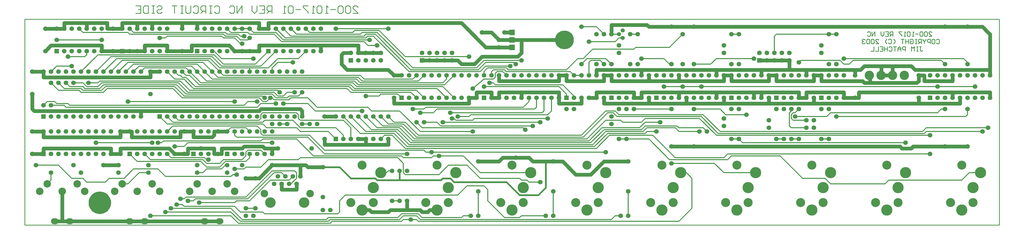
<source format=gbl>
*%FSLAX23Y23*%
*%MOIN*%
G01*
%ADD11C,0.006*%
%ADD12C,0.007*%
%ADD13C,0.008*%
%ADD14C,0.010*%
%ADD15C,0.012*%
%ADD16C,0.020*%
%ADD17C,0.024*%
%ADD18C,0.032*%
%ADD19C,0.036*%
%ADD20C,0.040*%
%ADD21C,0.050*%
%ADD22C,0.052*%
%ADD23C,0.055*%
%ADD24C,0.056*%
%ADD25C,0.059*%
%ADD26C,0.060*%
%ADD27C,0.062*%
%ADD28C,0.066*%
%ADD29C,0.070*%
%ADD30C,0.082*%
%ADD31C,0.090*%
%ADD32C,0.095*%
%ADD33O,0.100X0.080*%
%ADD34C,0.100*%
%ADD35O,0.104X0.084*%
%ADD36C,0.104*%
%ADD37C,0.115*%
%ADD38C,0.120*%
%ADD39C,0.124*%
%ADD40C,0.125*%
%ADD41C,0.128*%
%ADD42C,0.129*%
%ADD43C,0.140*%
%ADD44C,0.144*%
%ADD45C,0.148*%
%ADD46C,0.150*%
%ADD47C,0.154*%
%ADD48C,0.250*%
%ADD49C,0.250*%
%ADD50R,0.062X0.062*%
%ADD51R,0.066X0.066*%
%ADD52R,0.075X0.075*%
%ADD53R,0.079X0.079*%
%ADD54R,0.250X0.250*%
D14*
X8028Y9158D02*
X8095D01*
X8028Y9225D01*
Y9241D01*
X8045Y9258D01*
X8078D01*
X8095Y9241D01*
X7995D02*
X7978Y9258D01*
X7945D01*
X7928Y9241D01*
Y9175D01*
X7945Y9158D01*
X7978D01*
X7995Y9175D01*
Y9241D01*
X7895D02*
X7878Y9258D01*
X7845D01*
X7828Y9241D01*
Y9175D01*
X7845Y9158D01*
X7878D01*
X7895Y9175D01*
Y9241D01*
X7795Y9208D02*
X7728D01*
X7695Y9158D02*
X7662D01*
X7678D01*
Y9258D01*
X7679D01*
X7678D02*
X7695Y9241D01*
X7612D02*
X7595Y9258D01*
X7562D01*
X7545Y9241D01*
Y9175D01*
X7562Y9158D01*
X7595D01*
X7612Y9175D01*
Y9241D01*
X7512Y9158D02*
X7479D01*
X7495D01*
Y9258D01*
X7496D01*
X7495D02*
X7512Y9241D01*
X7429Y9258D02*
X7362D01*
Y9241D01*
X7429Y9175D01*
Y9158D01*
X7329Y9208D02*
X7262D01*
X7229Y9241D02*
X7212Y9258D01*
X7179D01*
X7162Y9241D01*
Y9175D01*
X7179Y9158D01*
X7212D01*
X7229Y9175D01*
Y9241D01*
X7129Y9158D02*
X7095D01*
X7112D01*
Y9258D01*
X7113D01*
X7112D02*
X7129Y9241D01*
X6945Y9258D02*
Y9158D01*
Y9258D02*
X6895D01*
X6879Y9241D01*
Y9208D01*
X6895Y9191D01*
X6945D01*
X6912D02*
X6879Y9158D01*
X6845Y9258D02*
X6779D01*
X6845D02*
Y9158D01*
X6779D01*
X6812Y9208D02*
X6845D01*
X6745Y9191D02*
Y9258D01*
Y9191D02*
X6712Y9158D01*
X6679Y9191D01*
Y9258D01*
X6546D02*
Y9158D01*
X6479D02*
X6546Y9258D01*
X6479D02*
Y9158D01*
X6379Y9241D02*
X6396Y9258D01*
X6429D01*
X6446Y9241D01*
Y9175D01*
X6429Y9158D01*
X6396D01*
X6379Y9175D01*
X6196Y9258D02*
X6179Y9241D01*
X6196Y9258D02*
X6229D01*
X6246Y9241D01*
Y9175D01*
X6229Y9158D01*
X6196D01*
X6179Y9175D01*
X6146Y9258D02*
X6112D01*
X6129D01*
Y9158D01*
X6146D01*
X6112D01*
X6062D02*
Y9258D01*
X6012D01*
X5996Y9241D01*
Y9208D01*
X6012Y9191D01*
X6062D01*
X6029D02*
X5996Y9158D01*
X5896Y9241D02*
X5912Y9258D01*
X5946D01*
X5962Y9241D01*
Y9175D01*
X5946Y9158D01*
X5912D01*
X5896Y9175D01*
X5862D02*
Y9258D01*
Y9175D02*
X5846Y9158D01*
X5812D01*
X5796Y9175D01*
Y9258D01*
X5762D02*
X5729D01*
X5746D01*
Y9158D01*
X5762D01*
X5729D01*
X5679Y9258D02*
X5612D01*
X5646D01*
Y9158D01*
X5429Y9258D02*
X5413Y9241D01*
X5429Y9258D02*
X5463D01*
X5479Y9241D01*
Y9225D01*
X5463Y9208D01*
X5429D01*
X5413Y9191D01*
Y9175D01*
X5429Y9158D01*
X5463D01*
X5479Y9175D01*
X5379Y9258D02*
X5346D01*
X5363D01*
Y9158D01*
X5379D01*
X5346D01*
X5296D02*
Y9258D01*
Y9158D02*
X5246D01*
X5229Y9175D01*
Y9241D01*
X5246Y9258D01*
X5296D01*
X5196D02*
X5129D01*
X5196D02*
Y9158D01*
X5129D01*
X5163Y9208D02*
X5196D01*
X15710Y8853D02*
X15750D01*
X15710Y8893D01*
Y8903D01*
X15720Y8913D01*
X15740D01*
X15750Y8903D01*
X15690D02*
X15680Y8913D01*
X15660D01*
X15650Y8903D01*
Y8863D01*
X15660Y8853D01*
X15680D01*
X15690Y8863D01*
Y8903D01*
X15630D02*
X15620Y8913D01*
X15600D01*
X15590Y8903D01*
Y8863D01*
X15600Y8853D01*
X15620D01*
X15630Y8863D01*
Y8903D01*
X15570Y8883D02*
X15530D01*
X15510Y8853D02*
X15490D01*
X15500D01*
Y8913D01*
X15501D01*
X15500D02*
X15510Y8903D01*
X15460D02*
X15450Y8913D01*
X15430D01*
X15420Y8903D01*
Y8863D01*
X15430Y8853D01*
X15450D01*
X15460Y8863D01*
Y8903D01*
X15400Y8853D02*
X15380D01*
X15390D01*
Y8913D01*
X15391D01*
X15390D02*
X15400Y8903D01*
X15350Y8913D02*
X15310D01*
Y8903D01*
X15350Y8863D01*
Y8853D01*
X15230D02*
Y8913D01*
X15200D01*
X15190Y8903D01*
Y8883D01*
X15200Y8873D01*
X15230D01*
X15210D02*
X15190Y8853D01*
X15170Y8913D02*
X15130D01*
X15170D02*
Y8853D01*
X15130D01*
X15150Y8883D02*
X15170D01*
X15110Y8873D02*
Y8913D01*
Y8873D02*
X15090Y8853D01*
X15070Y8873D01*
Y8913D01*
X14990D02*
Y8853D01*
X14950D02*
X14990Y8913D01*
X14950D02*
Y8853D01*
X14890Y8903D02*
X14900Y8913D01*
X14920D01*
X14930Y8903D01*
Y8863D01*
X14920Y8853D01*
X14900D01*
X14890Y8863D01*
X15810Y8803D02*
X15820Y8813D01*
X15840D01*
X15850Y8803D01*
Y8763D01*
X15840Y8753D01*
X15820D01*
X15810Y8763D01*
X15780Y8813D02*
X15760D01*
X15780D02*
X15790Y8803D01*
Y8763D01*
X15780Y8753D01*
X15760D01*
X15750Y8763D01*
Y8803D01*
X15760Y8813D01*
X15730D02*
Y8753D01*
Y8813D02*
X15700D01*
X15690Y8803D01*
Y8783D01*
X15700Y8773D01*
X15730D01*
X15670Y8803D02*
Y8813D01*
Y8803D02*
X15650Y8783D01*
X15630Y8803D01*
Y8813D01*
X15650Y8783D02*
Y8753D01*
X15610D02*
Y8813D01*
X15580D01*
X15570Y8803D01*
Y8783D01*
X15580Y8773D01*
X15610D01*
X15590D02*
X15570Y8753D01*
X15550Y8813D02*
X15530D01*
X15540D01*
Y8753D01*
X15550D01*
X15530D01*
X15470Y8813D02*
X15460Y8803D01*
X15470Y8813D02*
X15490D01*
X15500Y8803D01*
Y8763D01*
X15490Y8753D01*
X15470D01*
X15460Y8763D01*
Y8783D01*
X15480D01*
X15440Y8813D02*
Y8753D01*
Y8783D01*
X15400D01*
Y8813D01*
Y8753D01*
X15380Y8813D02*
X15340D01*
X15360D01*
Y8753D01*
X15260Y8773D02*
X15240Y8753D01*
X15260Y8773D02*
Y8793D01*
X15240Y8813D01*
X15180D02*
X15170Y8803D01*
X15180Y8813D02*
X15200D01*
X15210Y8803D01*
Y8763D01*
X15200Y8753D01*
X15180D01*
X15170Y8763D01*
X15150Y8753D02*
X15130Y8773D01*
Y8793D01*
X15150Y8813D01*
X15040Y8753D02*
X15000D01*
X15040D02*
X15000Y8793D01*
Y8803D01*
X15010Y8813D01*
X15030D01*
X15040Y8803D01*
X14980D02*
X14970Y8813D01*
X14950D01*
X14940Y8803D01*
Y8763D01*
X14950Y8753D01*
X14970D01*
X14980Y8763D01*
Y8803D01*
X14920D02*
X14910Y8813D01*
X14890D01*
X14880Y8803D01*
Y8763D01*
X14890Y8753D01*
X14910D01*
X14920Y8763D01*
Y8803D01*
X14860D02*
X14850Y8813D01*
X14830D01*
X14820Y8803D01*
Y8793D01*
X14821D01*
X14820D02*
X14821D01*
X14820D02*
X14821D01*
X14820D02*
X14830Y8783D01*
X14840D01*
X14830D01*
X14820Y8773D01*
Y8763D01*
X14830Y8753D01*
X14850D01*
X14860Y8763D01*
X15585Y8713D02*
X15605D01*
X15595D01*
Y8663D01*
X15605Y8653D01*
X15615D01*
X15625Y8663D01*
X15565Y8713D02*
X15545D01*
X15555D01*
Y8653D01*
X15565D01*
X15545D01*
X15515D02*
Y8713D01*
X15495Y8693D01*
X15475Y8713D01*
Y8653D01*
X15395D02*
Y8713D01*
X15365D01*
X15355Y8703D01*
Y8683D01*
X15365Y8673D01*
X15395D01*
X15335Y8653D02*
Y8693D01*
X15315Y8713D01*
X15295Y8693D01*
Y8653D01*
Y8683D01*
X15335D01*
X15275Y8713D02*
X15235D01*
X15255D01*
Y8653D01*
X15185Y8713D02*
X15175Y8703D01*
X15185Y8713D02*
X15205D01*
X15215Y8703D01*
Y8663D01*
X15205Y8653D01*
X15185D01*
X15175Y8663D01*
X15155Y8653D02*
Y8713D01*
Y8683D02*
Y8653D01*
Y8683D02*
X15115D01*
Y8713D01*
Y8653D01*
X15095Y8713D02*
X15055D01*
X15095D02*
Y8653D01*
X15055D01*
X15075Y8683D02*
X15095D01*
X15035Y8713D02*
Y8653D01*
X14995D01*
X14975D02*
Y8713D01*
Y8653D02*
X14935D01*
X16650Y9078D02*
X3650D01*
Y6328D02*
X16650D01*
X3650D02*
Y9078D01*
X16650D02*
Y6328D01*
D15*
X9775Y8278D02*
X9625Y8153D01*
X8800Y8403D02*
X8325Y8878D01*
X7125Y8828D02*
X7000Y8953D01*
X8300Y8853D02*
X8775Y8378D01*
X8650Y7853D02*
X8925Y7578D01*
X6300Y8478D02*
X6175Y8603D01*
X6150Y8578D02*
X6275Y8453D01*
X7425Y7503D02*
X7650Y7278D01*
Y7328D02*
X7450Y7528D01*
X7550Y7903D02*
X7425Y8028D01*
X9550Y7128D02*
X9725Y6953D01*
X13725Y7253D02*
X14025Y6953D01*
X6525Y6378D02*
X6400Y6503D01*
X4275Y6953D02*
X4100Y7128D01*
X5800Y8303D02*
X5925Y8178D01*
X5900Y8153D02*
X5775Y8278D01*
X6025Y8503D02*
X6150Y8378D01*
X6075Y8253D02*
X5950Y8378D01*
X5850Y8328D02*
X5975Y8203D01*
X6250Y8378D02*
X6100Y8528D01*
X5850Y8378D02*
X6000Y8228D01*
X5850Y8128D02*
X5725Y8253D01*
X5700Y8228D02*
X5825Y8103D01*
X5800Y8078D02*
X5675Y8203D01*
X5650Y8178D02*
X5775Y8053D01*
X5750Y8028D02*
X5625Y8153D01*
X12850Y7153D02*
X12975Y7028D01*
X8125Y7553D02*
X7900Y7778D01*
X8000D02*
X8200Y7578D01*
X8275Y7603D02*
X8100Y7778D01*
X8200D02*
X8350Y7628D01*
X9500Y7253D02*
X9625Y7128D01*
X8750Y7378D02*
X8575Y7553D01*
X8600Y7578D02*
X8775Y7403D01*
X8800Y7428D02*
X8625Y7603D01*
X8650Y7628D02*
X8825Y7453D01*
X6250Y8428D02*
X6125Y8553D01*
X7275Y7478D02*
X7500Y7253D01*
X8725Y8578D02*
X8375Y8928D01*
X9150Y8153D02*
X9275Y8028D01*
X9375D02*
X9225Y8178D01*
X10825Y8203D02*
X10975Y8053D01*
X8850Y7478D02*
X8675Y7653D01*
X12650Y7753D02*
X12875Y7528D01*
X8425Y7653D02*
X8300Y7778D01*
X8700Y7678D02*
X8875Y7503D01*
X12675Y7778D02*
X12900Y7553D01*
X8900Y7528D02*
X8725Y7703D01*
X12700Y7803D02*
X12925Y7578D01*
X8725Y7353D02*
X8550Y7528D01*
X11975Y7478D02*
X12250Y7203D01*
X12325Y7228D02*
X12025Y7528D01*
X8825Y8428D02*
X8350Y8903D01*
X6400Y6553D02*
X6550Y6403D01*
X9825Y6653D02*
X10050Y6428D01*
X6900Y8653D02*
X6725Y8478D01*
X6800Y8453D02*
X7000Y8653D01*
X7025Y8553D02*
X6900Y8428D01*
X9175Y7003D02*
X9300Y7128D01*
X5100Y7078D02*
X4975Y6953D01*
X5025Y6878D02*
X5175Y7028D01*
X4700Y8378D02*
X4875Y8553D01*
X4800Y8578D02*
X4600Y8378D01*
X4400D02*
X4625Y8603D01*
X4900Y8378D02*
X5025Y8503D01*
X4950Y8528D02*
X4800Y8378D01*
X11250Y7378D02*
X11425Y7553D01*
X11400Y7578D02*
X11225Y7403D01*
X11200Y7428D02*
X11375Y7603D01*
X11350Y7628D02*
X11175Y7453D01*
X9375Y8328D02*
X9250Y8203D01*
X11150Y7478D02*
X11400Y7728D01*
X11425Y7828D02*
X11100Y7503D01*
X11075Y7528D02*
X11400Y7853D01*
X11450Y7528D02*
X11275Y7353D01*
X11100Y8553D02*
X11225Y8678D01*
X12250Y8703D02*
X12425Y8878D01*
X11025Y8553D02*
X10875Y8403D01*
X6925Y6928D02*
X6650Y6653D01*
X6625Y6678D02*
X6950Y7003D01*
Y7053D02*
X6600Y6703D01*
X9425Y6728D02*
X9550Y6853D01*
X12375Y6378D02*
X12550Y6553D01*
X8800Y6403D02*
X8700D01*
X8675Y6378D02*
X7825D01*
X6400Y6453D02*
X5325D01*
X7750Y6378D02*
X7825D01*
X10450Y6403D02*
X10575D01*
X11475D01*
X11525Y6453D02*
X11600D01*
X7725Y6353D02*
X6775D01*
X6500D01*
X7725Y6403D02*
X8650D01*
X7700Y6378D02*
X6525D01*
X6550Y6403D02*
X7675D01*
X7700Y6428D02*
X8625D01*
X8675Y6478D02*
X8900D01*
X8875Y6453D02*
X8700D01*
X8800Y6403D02*
X8875D01*
X8925D02*
X10450D01*
X9475Y6428D02*
X8950D01*
X9500Y6453D02*
X9600D01*
X10275D02*
X10600D01*
X10250Y6428D02*
X10050D01*
X7825Y6478D02*
X6850D01*
X8900Y6378D02*
X12375D01*
X6625Y6678D02*
X5925D01*
X5900Y6653D02*
X5825D01*
X5775Y6678D02*
X5725D01*
X5525Y6503D02*
X6400D01*
X6600Y6553D02*
X6725D01*
X8550Y6653D02*
X8650D01*
X6400Y6553D02*
X5600D01*
X6475Y6653D02*
X6650D01*
X6525Y6503D02*
X6825D01*
X6450Y6578D02*
X5775D01*
X5750Y6603D02*
X5675D01*
X5975Y6628D02*
X6450D01*
X4000Y6928D02*
Y7028D01*
X4100Y8128D02*
X4000Y8228D01*
X3950Y7978D02*
X3900Y7928D01*
X4000Y8378D02*
X4075Y8453D01*
X4000Y6928D02*
X3950Y6878D01*
X5800Y6703D02*
X6600D01*
X5025Y6878D02*
X4950D01*
X14400D02*
X15125D01*
X7200D02*
X7175D01*
X9550Y6853D02*
X9775D01*
X9425Y6728D02*
X7925D01*
X4175Y8153D02*
X4100Y8228D01*
X4050Y7978D02*
X4075Y7953D01*
X4175Y7928D02*
X4200Y7903D01*
X4250Y8178D02*
X4200Y8228D01*
X5525Y6978D02*
X6400D01*
X10375Y6903D02*
X10525D01*
X6275Y7078D02*
X6075D01*
X6025Y7028D02*
X5950D01*
X8725Y7003D02*
X9175D01*
X4975Y6953D02*
X4775D01*
X5100Y7078D02*
X5425D01*
X5300Y7028D02*
X5175D01*
X9725D02*
X10400D01*
X8550Y7053D02*
X8500D01*
X8475Y7028D02*
X8400D01*
X12400D02*
X12475D01*
X14025Y6953D02*
X14325D01*
X15175Y6928D02*
X16150D01*
X16250Y7028D02*
X16400D01*
X13425D02*
X12975D01*
X13400D02*
X13425D01*
X6475Y7003D02*
X6425D01*
X6450Y7078D02*
X6575D01*
X9725Y6953D02*
X10250D01*
X10275Y6928D02*
X10325D01*
X10350D01*
X7075Y7028D02*
X6975D01*
X6925Y6928D02*
X7175D01*
X7250Y7053D02*
X6950D01*
X4725Y6903D02*
X4475D01*
X4425Y6953D02*
X4275D01*
X4250Y7928D02*
X4225Y7953D01*
X4425Y8903D02*
X4375Y8953D01*
Y8128D02*
X4400Y8103D01*
X4425Y8128D02*
X4400Y8153D01*
X6075Y7153D02*
X6250D01*
X6100Y7203D02*
X6075D01*
X6050Y7228D02*
X5600D01*
X6325Y7128D02*
X6350D01*
X6025Y7203D02*
X5325D01*
X6300D02*
X6550D01*
X6000Y7178D02*
X5150D01*
X6075Y7103D02*
X6250D01*
X6325Y7178D02*
X6600D01*
X7650Y7278D02*
X8750D01*
X9300Y7128D02*
X9550D01*
X13075Y7253D02*
X13725D01*
X12850Y7153D02*
X12275D01*
X6800Y7103D02*
X6600D01*
X4100Y7128D02*
X3800D01*
X7500Y7253D02*
X8675D01*
X7300Y7203D02*
X6900D01*
X7325Y7228D02*
X8625D01*
X8700D02*
X9075D01*
X9175Y7253D02*
X9500D01*
X9175D02*
X9100D01*
X13025Y7278D02*
X15725D01*
X13025Y7203D02*
X12250D01*
X12325Y7228D02*
X12975D01*
X4475Y8603D02*
Y8653D01*
X4425Y8228D02*
X4475Y8178D01*
X4450Y8153D02*
X4425Y8178D01*
Y6953D02*
X4475Y6903D01*
X4450Y8578D02*
X4475Y8603D01*
X5650Y7378D02*
X5775D01*
X13675Y7478D02*
X13775D01*
X7275D02*
X6825D01*
X6950Y7428D02*
X5825D01*
X5500Y7453D02*
X6800D01*
X5475Y7428D02*
X5425D01*
X6625Y7328D02*
X6800D01*
X5350Y7428D02*
X4600D01*
X8750Y7378D02*
X11250D01*
X11225Y7403D02*
X8775D01*
X8800Y7428D02*
X11200D01*
X11175Y7453D02*
X8825D01*
X11575Y7478D02*
X11675D01*
X13075D02*
X13175D01*
X13225Y7428D02*
X15400D01*
X14375Y7478D02*
X14275D01*
X13975D02*
X13875D01*
X11150D02*
X8850D01*
X8975Y7328D02*
X7650D01*
X9075Y7303D02*
X11400D01*
X9075D02*
X9000D01*
X8725Y7353D02*
X11275D01*
X11675Y7478D02*
X11975D01*
X4750Y8153D02*
X4700Y8103D01*
X4675Y8128D02*
X4725Y8178D01*
X4675Y8228D02*
X4625Y8178D01*
Y8228D02*
X4650Y8253D01*
X4700Y8203D02*
X4650Y8153D01*
X4775Y6953D02*
X4725Y6903D01*
X8925Y7578D02*
X9625D01*
X13875Y7628D02*
X14075D01*
X6500Y7503D02*
X6475D01*
X6500D02*
X7425D01*
X7450Y7528D02*
X6825D01*
X7325Y7578D02*
X7700D01*
X7275Y7628D02*
X6875D01*
X7325D02*
X7800D01*
X6600D02*
X6400D01*
X6750Y7653D02*
X5625D01*
X8125Y7553D02*
X8575D01*
X8600Y7578D02*
X8200D01*
X8275Y7603D02*
X8625D01*
X8650Y7628D02*
X8350D01*
X8950D02*
X10300D01*
X10425Y7653D02*
X9200D01*
X11350Y7628D02*
X11850D01*
X11925Y7653D02*
X12350D01*
X11875Y7603D02*
X11375D01*
X11400Y7578D02*
X11900D01*
X11950Y7628D02*
X12325D01*
X12075Y7578D02*
X11950D01*
X11925Y7553D02*
X11425D01*
X8675Y7653D02*
X8425D01*
X12875Y7528D02*
X15725D01*
X12650Y7578D02*
X12375D01*
Y7628D02*
X12700D01*
X11100Y7503D02*
X8875D01*
X12900Y7553D02*
X15650D01*
X15675Y7578D02*
X16425D01*
X11075Y7528D02*
X8900D01*
X12925Y7578D02*
X15625D01*
X15675Y7628D02*
X16500D01*
X8550Y7528D02*
X8450D01*
X11450D02*
X12025D01*
X8650Y7853D02*
X8275D01*
X13900Y7728D02*
X14075D01*
X13925Y7828D02*
X13900D01*
X7150Y7678D02*
X7050D01*
X7350D02*
X7450D01*
X6825D02*
X5550D01*
X6850Y7728D02*
X7225D01*
X6825Y7703D02*
X5625D01*
X7325Y7728D02*
X7900D01*
X7275Y7828D02*
X6825D01*
X6775Y7728D02*
X5700D01*
X7525Y7853D02*
X8150D01*
X8975Y7703D02*
X9150D01*
X9325Y7828D02*
X9475D01*
X9425Y7778D02*
X9575D01*
X9625Y7728D02*
X9400D01*
X9375Y7753D02*
X9350D01*
X9650D02*
X10625D01*
X10525Y7703D02*
X9225D01*
X9475Y7828D02*
X10550D01*
X10625Y7803D02*
X9600D01*
X11925Y7703D02*
X12125D01*
X13000Y7803D02*
X13275D01*
X11600Y7728D02*
X11400D01*
X11625Y7703D02*
X11875D01*
X11925Y7753D02*
X12650D01*
X8700Y7678D02*
X8500D01*
X11425Y7828D02*
X11500D01*
X11550Y7778D02*
X12675D01*
X8725Y7703D02*
X8575D01*
X11400Y7853D02*
X11525D01*
X11575Y7803D02*
X12700D01*
X14475Y7778D02*
X16200D01*
X14350D02*
X13925D01*
X14400Y7828D02*
X15825D01*
X9100D02*
X8925D01*
X5150Y7178D02*
X5050Y7278D01*
Y8878D02*
X5025Y8903D01*
X5050Y8953D02*
X5100Y8903D01*
Y8478D02*
X5000Y8378D01*
X5100D02*
X5175Y8453D01*
X5025Y7978D02*
X6450D01*
X6750Y7903D02*
X4200D01*
X6800Y7953D02*
X7000D01*
X6575Y7928D02*
X4250D01*
X6625Y7978D02*
X6750D01*
X7100Y7953D02*
X7425D01*
Y8028D02*
X7200D01*
X7175Y8003D02*
X6975D01*
X6950Y8028D02*
X6925D01*
X6875Y7978D02*
X6825D01*
X7000Y8028D02*
X7150D01*
X7100Y8053D02*
X7025D01*
X6775Y8028D02*
X5750D01*
X5775Y8053D02*
X6825D01*
X7175D02*
X7300D01*
X7550Y7903D02*
X8225D01*
X4175Y7928D02*
X4000D01*
X3950Y7978D02*
X4050D01*
X4075Y7953D02*
X4225D01*
X8200Y8053D02*
X8375D01*
X8825Y7878D02*
X8975D01*
X9000Y7903D02*
X10300D01*
X10450Y7878D02*
X9150D01*
X12575D02*
X12925D01*
X12275D02*
X11775D01*
X15875D02*
X15925D01*
X5325Y7203D02*
X5250Y7278D01*
X5200Y8378D02*
X5250Y8428D01*
X5800Y8078D02*
X6950D01*
X6925Y8103D02*
X6975D01*
X7025Y8128D02*
X5850D01*
X7150Y8103D02*
X7250D01*
X4375Y8128D02*
X4100D01*
X4400Y8103D02*
X4700D01*
X4750Y8153D02*
X5625D01*
X4400D02*
X4175D01*
X4425Y8128D02*
X4675D01*
X4725Y8178D02*
X5650D01*
X4425Y8228D02*
X4300D01*
X4475Y8178D02*
X4600D01*
X4625D01*
X4675Y8228D02*
X5700D01*
X4625D02*
X4500D01*
X4650Y8253D02*
X5725D01*
X4425Y8178D02*
X4250D01*
X4450Y8153D02*
X4650D01*
X4700Y8203D02*
X5675D01*
X5925Y8178D02*
X7975D01*
X7950Y8153D02*
X5900D01*
X6075Y8253D02*
X8050D01*
X8000Y8203D02*
X5975D01*
X6000Y8228D02*
X8025D01*
X6925Y8103D02*
X5825D01*
X8400Y8078D02*
X8625D01*
X8875Y8128D02*
X8025D01*
X8000Y8103D02*
X8800D01*
X8900Y8253D02*
X8150D01*
X8050Y8153D02*
X9150D01*
X9250Y8203D02*
X8100D01*
X8125Y8228D02*
X9225D01*
Y8178D02*
X8075D01*
X9850Y8228D02*
X9900D01*
X9925Y8203D02*
X10825D01*
X12175Y8178D02*
X12675D01*
X10775D02*
X9775D01*
X12675D02*
X15825D01*
X16325D01*
X5525Y6978D02*
X5425Y7078D01*
X5550Y7678D02*
X5450Y7778D01*
X5550Y7278D02*
X5600Y7228D01*
X5650Y8278D02*
X5550Y8378D01*
Y7778D02*
X5625Y7703D01*
X5500Y7453D02*
X5475Y7428D01*
X5525Y8828D02*
X5550Y8853D01*
X5625Y7653D02*
X5550Y7578D01*
X8800Y8403D02*
X9700D01*
X9725Y8378D02*
X8775D01*
X6800Y8453D02*
X6275D01*
X6650Y8428D02*
X6900D01*
X4275Y8453D02*
X4075D01*
X6150Y8278D02*
X8075D01*
X5800Y8303D02*
X5750D01*
X5725Y8328D02*
X5700D01*
X5650Y8278D02*
X5775D01*
X6225Y8303D02*
X8100D01*
X5875Y8453D02*
X5175D01*
X5800Y8328D02*
X5850D01*
X6300D02*
X8125D01*
X5800Y8428D02*
X5250D01*
X6250D02*
X6650D01*
X8175Y8278D02*
X8825D01*
X9775D02*
X9900D01*
X9950Y8378D02*
X10025D01*
X10975Y8328D02*
X11075D01*
X10050Y8403D02*
X9900D01*
X10075Y8378D02*
X10925D01*
X10075Y8428D02*
X9825D01*
X10100Y8403D02*
X10875D01*
X10125Y8453D02*
X10075D01*
X9800D01*
X9675Y8428D02*
X8825D01*
X5750Y8303D02*
X5725Y8328D01*
X5700D02*
X5650Y8378D01*
Y7778D02*
X5700Y7728D01*
X5800Y8328D02*
X5750Y8378D01*
Y6603D02*
X5775Y6578D01*
Y6678D02*
X5800Y6703D01*
X5775Y7378D02*
X5825Y7428D01*
X6275Y8553D02*
X6700D01*
X6175Y8653D02*
X6150D01*
X6175Y8603D02*
X4625D01*
X6300Y8478D02*
X6725D01*
X6150Y8578D02*
X4800D01*
X7025Y8553D02*
X7300D01*
X4450Y8578D02*
X4225D01*
X5100Y8478D02*
X5950D01*
X6025Y8503D02*
X5025D01*
X4950Y8528D02*
X6100D01*
X6125Y8553D02*
X4875D01*
X7025Y8503D02*
X7225D01*
X8725Y8578D02*
X9575D01*
X11200Y8528D02*
X11325D01*
X11400Y8553D02*
X11150D01*
X12250Y8478D02*
X12275D01*
X12175Y8553D02*
X11875D01*
X12575Y8478D02*
X12800D01*
X12875Y8553D02*
X13375D01*
X14575D02*
X16175D01*
X14525Y8528D02*
X14000D01*
X14575Y8478D02*
X14650D01*
X14700Y8528D02*
X15875D01*
X11100Y8553D02*
X11025D01*
X10175Y8503D02*
X9800D01*
X9775Y8528D02*
X10275D01*
X5950Y8378D02*
X5875Y8453D01*
X5800Y8428D02*
X5850Y8378D01*
X5950Y8478D02*
X6050Y8378D01*
X5925Y6678D02*
X5900Y6653D01*
X7125Y8828D02*
X8200D01*
X4675Y8803D02*
X4075D01*
X7100D02*
X8250D01*
X8175Y8778D02*
X7075D01*
X6625Y8803D02*
X6525D01*
Y8753D02*
X6550D01*
X6450Y8828D02*
X6300D01*
X5525D02*
X5450D01*
X11575D02*
X11625D01*
X11525Y8778D02*
X11175D01*
X11800Y8703D02*
X12250D01*
X11775Y8678D02*
X11225D01*
X8350Y8728D02*
X8225D01*
X6075Y7153D02*
X6025Y7203D01*
X6050Y7228D02*
X6075Y7203D01*
X6000Y7178D02*
X6075Y7103D01*
X6150Y8278D02*
X6050Y8378D01*
X6150D02*
X6225Y8303D01*
X6075Y7078D02*
X6025Y7028D01*
X8200Y8878D02*
X8325D01*
X8175Y8853D02*
X7200D01*
X8225D02*
X8300D01*
X6575D02*
X6525D01*
X6475D02*
X6325D01*
X6275D02*
X5550D01*
X5050Y8878D02*
X6300D01*
X5025Y8903D02*
X4425D01*
X5100D02*
X6325D01*
X6400D02*
X6625D01*
X8050Y8928D02*
X8375D01*
X8025Y8903D02*
X7450D01*
X6650Y8953D02*
X6550D01*
X6450D01*
X6700Y8903D02*
X7000D01*
X6975Y8878D02*
X6650D01*
X6500D02*
X6350D01*
X11075Y8978D02*
X11275D01*
X11475Y8878D02*
X11575D01*
X11725D02*
X11825D01*
X14375D02*
X14475D01*
X14375D02*
X13675D01*
X13175D02*
X13075D01*
X8125D02*
X7275D01*
X8150Y8903D02*
X8350D01*
X8500Y8953D02*
X7800D01*
X6275Y8553D02*
X6175Y8653D01*
X6250Y8378D02*
X6300Y8328D01*
X6325Y8853D02*
X6300Y8878D01*
X6275Y8853D02*
X6300Y8828D01*
X6350Y8878D02*
X6325Y8903D01*
X6350Y8953D02*
X6400Y8903D01*
X6300Y7203D02*
X6250Y7153D01*
X6275Y7078D02*
X6325Y7128D01*
Y7178D02*
X6250Y7103D01*
X6350Y7578D02*
X6400Y7628D01*
X6450Y7578D02*
Y7528D01*
X6475Y7503D01*
X6400Y6453D02*
X6500Y6353D01*
X6525Y8853D02*
X6500Y8878D01*
X6475Y8853D02*
X6525Y8803D01*
Y8753D02*
X6450Y8828D01*
Y6578D02*
X6525Y6503D01*
X6400Y6978D02*
X6425Y7003D01*
X6550Y7203D02*
X6600Y7253D01*
X6475Y6653D02*
X6450Y6628D01*
X6650Y7228D02*
Y7278D01*
X6600Y7253D02*
Y7303D01*
X6650Y8378D02*
Y8428D01*
X6600Y7628D02*
X6650Y7578D01*
X6700Y8903D02*
X6650Y8953D01*
X6625Y8903D02*
X6650Y8878D01*
X6750Y7653D02*
X6800Y7603D01*
X6650Y7228D02*
X6600Y7178D01*
X6575Y7928D02*
X6625Y7978D01*
Y7328D02*
X6600Y7303D01*
Y7103D02*
X6575Y7078D01*
X6625Y8803D02*
X6650Y8828D01*
X6800Y7953D02*
X6750Y7903D01*
X6800Y7603D02*
Y7553D01*
Y7753D02*
Y7803D01*
X6950Y8378D02*
Y8428D01*
X6800Y7553D02*
X6825Y7528D01*
X6875Y7628D02*
X6825Y7678D01*
Y7978D02*
X6775Y8028D01*
X6825Y8053D02*
X6850Y8028D01*
X6800Y7328D02*
X6850Y7278D01*
X6975Y8003D02*
X6950Y8028D01*
Y8078D02*
X7000Y8028D01*
X6825Y6503D02*
X6850Y6478D01*
X6825Y7703D02*
X6850Y7728D01*
X6800Y7803D02*
X6825Y7828D01*
X6800Y7753D02*
X6775Y7728D01*
X6875Y7978D02*
X6925Y8028D01*
X6825Y7478D02*
X6800Y7453D01*
X6900Y7203D02*
X6800Y7103D01*
X6950Y8428D02*
X7025Y8503D01*
X6975Y7028D02*
X6950Y7003D01*
X7200Y8853D02*
X7100Y8953D01*
X6975Y8103D02*
X7025Y8053D01*
X7050Y8103D02*
X7025Y8128D01*
X7100Y8803D02*
X7000Y8903D01*
X6975Y8878D02*
X7075Y8778D01*
Y7028D02*
X7125Y6978D01*
X7100Y8053D02*
X7150Y8103D01*
X7175Y8053D02*
X7150Y8028D01*
X7300Y7803D02*
Y7753D01*
X7275Y7028D02*
Y6953D01*
X7325Y7578D02*
X7275Y7628D01*
X7325D02*
X7225Y7728D01*
X7300Y7753D02*
X7325Y7728D01*
X7300Y7803D02*
X7275Y7828D01*
Y8878D02*
X7200Y8953D01*
X7250Y7053D02*
X7275Y7028D01*
X7175Y8003D02*
X7200Y8028D01*
X7300Y8053D02*
X7350Y8103D01*
X7325Y7228D02*
X7300Y7203D01*
Y8553D02*
X7400Y8653D01*
X7275Y6953D02*
X7200Y6878D01*
X7175Y6928D02*
X7225Y6978D01*
X7525Y7853D02*
X7425Y7953D01*
X7450Y8903D02*
X7400Y8953D01*
X7700Y7578D02*
X7800Y7478D01*
X7750Y6378D02*
X7725Y6353D01*
X7700Y6378D02*
X7725Y6403D01*
X7700Y6428D02*
X7675Y6403D01*
X7900Y7478D02*
Y7528D01*
X7850Y6653D02*
Y6503D01*
X7900Y7528D02*
X7800Y7628D01*
X7900Y7728D02*
X8000Y7628D01*
X7925Y6728D02*
X7850Y6653D01*
Y6503D02*
X7825Y6478D01*
X8000Y7478D02*
Y7628D01*
X8125Y8228D02*
X8075Y8278D01*
X7975Y8178D02*
X8025Y8128D01*
X8000Y8103D02*
X7950Y8153D01*
X8050Y8253D02*
X8100Y8203D01*
X8050Y8153D02*
X8000Y8203D01*
X8025Y8228D02*
X8075Y8178D01*
X8150Y8253D02*
X8100Y8303D01*
X8125Y8328D02*
X8175Y8278D01*
X8025Y8903D02*
X8050Y8928D01*
X8125Y8878D02*
X8150Y8903D01*
X8200Y8528D02*
Y8503D01*
X8225Y7903D02*
X8275Y7853D01*
X8225Y8728D02*
X8175Y8778D01*
Y8853D02*
X8200Y8878D01*
X8225Y8853D02*
X8200Y8828D01*
X8400Y7778D02*
X8500Y7678D01*
X8575Y7703D02*
X8500Y7778D01*
X8375Y8053D02*
X8400Y8078D01*
X8500Y7053D02*
X8475Y7028D01*
X8400Y7478D02*
X8450Y7528D01*
X8700Y7153D02*
Y7028D01*
Y7153D02*
X8625Y7228D01*
X8700Y7028D02*
X8725Y7003D01*
X8700Y7228D02*
X8675Y7253D01*
Y8028D02*
X8625Y8078D01*
X8700Y6403D02*
X8675Y6378D01*
X8650Y6403D02*
X8700Y6453D01*
X8675Y6478D02*
X8625Y6428D01*
X8975Y8028D02*
X8875Y8128D01*
X8800Y8103D02*
X8875Y8028D01*
Y7703D02*
X8950Y7628D01*
X8875Y6403D02*
X8900Y6378D01*
X8925Y6403D02*
X8875Y6453D01*
X8900Y6478D02*
X8950Y6428D01*
X8900Y8253D02*
X8975Y8328D01*
X8875D02*
X8825Y8278D01*
X8975Y7328D02*
X9000Y7303D01*
X8975Y7878D02*
X9000Y7903D01*
X9100Y7253D02*
X9075Y7228D01*
X9100Y7828D02*
X9150Y7878D01*
X9275Y8278D02*
Y8328D01*
X9150Y7703D02*
X9200Y7653D01*
X9225Y8228D02*
X9275Y8278D01*
X9375Y7753D02*
X9400Y7728D01*
X9500Y6453D02*
X9475Y6428D01*
X9725Y7028D02*
X9625Y7128D01*
X9575Y7778D02*
X9600Y7803D01*
X9650Y7753D02*
X9625Y7728D01*
X9675Y8428D02*
X9775Y8528D01*
X9700Y6778D02*
Y6453D01*
X9875Y8328D02*
Y8378D01*
X9775D02*
Y8328D01*
X9825Y6803D02*
Y6653D01*
Y6803D02*
X9775Y6853D01*
Y8378D02*
X9825Y8428D01*
X9875Y8378D02*
X9900Y8403D01*
X9800Y8453D02*
X9725Y8378D01*
X9700Y8403D02*
X9800Y8503D01*
X9925Y8353D02*
Y8303D01*
X9900Y8228D02*
X9925Y8203D01*
X10075Y8328D02*
X10025Y8378D01*
X10050Y8403D02*
X10075Y8378D01*
X10100Y8403D02*
X10075Y8428D01*
X9950Y8378D02*
X9925Y8353D01*
Y8303D02*
X9900Y8278D01*
X10250Y6953D02*
X10275Y6928D01*
X10200Y8478D02*
X10175Y8503D01*
X10275Y6453D02*
X10250Y6428D01*
X10475Y7903D02*
Y8028D01*
X10375D02*
Y7978D01*
X10350Y6928D02*
X10375Y6903D01*
X10325Y7603D02*
X10300Y7628D01*
Y7903D02*
X10375Y7978D01*
X10450Y7878D02*
X10475Y7903D01*
X10575Y7853D02*
Y8028D01*
Y7853D02*
X10550Y7828D01*
X10625Y7803D02*
X10675Y7853D01*
X10700Y6778D02*
Y6453D01*
X10675Y7853D02*
Y8028D01*
X10775Y8178D02*
X10875Y8078D01*
X10975Y8053D02*
Y8028D01*
X10875D02*
Y8078D01*
X10975Y8328D02*
X10925Y8378D01*
X11175Y8328D02*
Y8503D01*
X11150Y8553D02*
X11075Y8478D01*
X11175Y8503D02*
X11200Y8528D01*
X11375Y8878D02*
X11275Y8978D01*
X11325Y8528D02*
X11375Y8478D01*
X11400Y8553D02*
X11475Y8478D01*
X11600Y7728D02*
X11625Y7703D01*
X11550Y7778D02*
X11500Y7828D01*
X11525Y7853D02*
X11575Y7803D01*
X11525Y6453D02*
X11475Y6403D01*
X11525Y8778D02*
X11575Y8828D01*
X11700Y6778D02*
Y6453D01*
X11775Y8678D02*
X11800Y8703D01*
X11925Y7653D02*
X11875Y7603D01*
X11900Y7578D02*
X11950Y7628D01*
Y7578D02*
X11925Y7553D01*
X11850Y7628D02*
X11925Y7703D01*
X11875D02*
X11925Y7753D01*
X12250Y8478D02*
X12175Y8553D01*
X12325Y7628D02*
X12375Y7578D01*
Y7628D02*
X12350Y7653D01*
X12550Y6953D02*
Y6553D01*
Y6953D02*
X12475Y7028D01*
X12750Y7578D02*
X12700Y7628D01*
X12800Y8478D02*
X12875Y8553D01*
X12925Y7878D02*
X13000Y7803D01*
X13025Y7278D02*
X12975Y7228D01*
X13175Y7478D02*
X13225Y7428D01*
X13075Y7253D02*
X13025Y7203D01*
X13650Y8628D02*
Y8853D01*
X13675Y8878D01*
X13875Y7803D02*
Y7753D01*
Y7853D02*
Y7878D01*
X13850Y7828D02*
Y7653D01*
X13900Y7728D02*
X13875Y7753D01*
X13850Y7653D02*
X13875Y7628D01*
Y7803D02*
X13900Y7828D01*
X13925D02*
X13975Y7878D01*
X13875Y7853D02*
X13850Y7828D01*
X13975Y8503D02*
X14000Y8528D01*
X14325Y6953D02*
X14400Y6878D01*
X14350Y7778D02*
X14400Y7828D01*
X14575Y8478D02*
X14525Y8528D01*
X14650Y8478D02*
X14700Y8528D01*
X15175Y6928D02*
X15125Y6878D01*
X15650Y7553D02*
X15675Y7578D01*
X15625D02*
X15675Y7628D01*
X15925Y8478D02*
X15875Y8528D01*
Y7878D02*
X15825Y7828D01*
X16250Y7028D02*
X16150Y6928D01*
X16225Y8478D02*
Y8503D01*
Y7878D02*
Y7803D01*
Y8503D02*
X16175Y8553D01*
X16225Y7803D02*
X16200Y7778D01*
D17*
X9375Y6903D02*
X9325Y6953D01*
X10075Y6903D02*
X10250Y6728D01*
X8000Y6953D02*
X7850Y7103D01*
X8325Y6953D02*
X8350Y6928D01*
X9200D02*
X9225Y6953D01*
X10500Y6728D02*
X10600Y6828D01*
X10500Y6728D02*
X10250D01*
X10075Y6903D02*
X9375D01*
X9200Y6928D02*
X8650D01*
X9225Y6953D02*
X9325D01*
X8650Y6928D02*
X8350D01*
X8325Y6953D02*
X8000D01*
X7850Y7103D02*
X7625D01*
X8650Y7053D02*
Y6928D01*
X10600Y6828D02*
Y7178D01*
D21*
X5650Y7278D02*
X5575Y7353D01*
X7325Y7878D02*
X7350Y7853D01*
X10825Y7178D02*
X11000Y7003D01*
X6850Y7353D02*
X6825Y7378D01*
X3775Y7853D02*
X3750Y7878D01*
X10375Y7228D02*
X10425Y7178D01*
X7950Y8403D02*
X7875Y8478D01*
X6450Y8653D02*
X6375Y8728D01*
X8500Y8403D02*
X8575Y8328D01*
X11950Y9003D02*
X11975Y8978D01*
X15475Y8453D02*
X15525Y8403D01*
X14850Y8228D02*
X14825Y8253D01*
X8275Y6503D02*
X8250Y6528D01*
X15325Y7378D02*
X15350Y7353D01*
X16500Y8903D02*
X16425Y8978D01*
X16500Y8903D02*
X16525Y8878D01*
X9975Y8803D02*
X9875Y8903D01*
X9800Y8703D02*
X9475Y9028D01*
X9425Y8528D02*
X9475Y8478D01*
X7425Y7103D02*
X7400Y7128D01*
X8925Y6528D02*
X8950Y6503D01*
X6800Y7878D02*
X6775Y7853D01*
X11200Y7003D02*
X11375Y7178D01*
X6575Y7378D02*
X6550Y7353D01*
X4000Y8728D02*
X3925Y8653D01*
X6150Y7503D02*
X6175Y7528D01*
X9975Y7178D02*
X10025Y7228D01*
X9050Y6528D02*
X9025Y6503D01*
X7875Y8603D02*
X7900Y8628D01*
X14800Y8403D02*
X14850Y8453D01*
X15550Y8228D02*
X15575Y8253D01*
X15500Y7378D02*
X15475Y7353D01*
X10275Y8628D02*
X10225Y8578D01*
X9750D02*
X9650Y8478D01*
X8525Y6528D02*
X8500Y6503D01*
X6950Y7128D02*
X6775Y6953D01*
X6250Y6378D02*
X4050D01*
X3750Y7878D02*
Y8078D01*
X9050Y6528D02*
X9150D01*
X8250D02*
X8150D01*
X8275Y6503D02*
X8500D01*
X8950D02*
X9025D01*
X8750Y6528D02*
X8525D01*
X8750D02*
X8925D01*
X3900Y7278D02*
Y7353D01*
Y8303D02*
Y8378D01*
Y7578D02*
Y7503D01*
X6825Y6753D02*
X6850D01*
X7075Y6803D02*
X7275D01*
X4175Y8953D02*
Y9028D01*
X4150Y6778D02*
Y6378D01*
X11000Y7003D02*
X11200D01*
X6725Y6953D02*
X6600D01*
X6725D02*
X6775D01*
X5775Y7278D02*
X5650D01*
X11375Y7178D02*
X11700D01*
X10825D02*
X10700D01*
X3900Y7278D02*
X3750D01*
X4800D02*
X4925D01*
X5775D02*
X5825D01*
X6175D02*
X6225D01*
X6275D01*
X10025Y7228D02*
X10375D01*
X10425Y7178D02*
X10700D01*
X9975D02*
X9700D01*
X7625Y7103D02*
X7425D01*
X7325Y7128D02*
X6950D01*
X7325D02*
X7400D01*
X4725D02*
X4700D01*
X4725D02*
X4900D01*
X4475Y8953D02*
Y9028D01*
X4925Y7353D02*
X5575D01*
X14950Y7378D02*
X15200D01*
X8500Y7403D02*
X7650D01*
X6550Y7353D02*
X6275D01*
X6575Y7378D02*
X6825D01*
X6850Y7353D02*
X6950D01*
X8100Y7478D02*
X8200D01*
X4800Y7353D02*
X3900D01*
X5825D02*
X6175D01*
X6950D02*
X7025D01*
X12275Y7378D02*
X12575D01*
X14650D01*
X14950D01*
X15350Y7353D02*
X15475D01*
X15325Y7378D02*
X15200D01*
X15925D02*
X16225D01*
X15925D02*
X15500D01*
X4675Y8653D02*
Y8728D01*
X4750Y8953D02*
Y9028D01*
X4800Y7353D02*
Y7278D01*
X4925Y7503D02*
X3900D01*
Y7578D02*
X3750D01*
X5075Y7503D02*
X5725D01*
X5050Y7578D02*
X4925D01*
X5050D02*
X5075D01*
X5725D02*
X5775D01*
X5900Y7503D02*
X6150D01*
X5900Y7578D02*
X5775D01*
X6175D02*
X6225D01*
X6350D01*
X4925Y7353D02*
Y7278D01*
X4950Y8953D02*
Y9028D01*
X4925Y7578D02*
Y7503D01*
X5200Y7853D02*
X6775D01*
X5200D02*
X3775D01*
X7650Y7778D02*
X7800D01*
X5075Y7578D02*
Y7503D01*
X5150Y8953D02*
Y9028D01*
X6800Y7878D02*
X7325D01*
X8575Y7953D02*
X9575D01*
Y8028D02*
X9675D01*
X9875D02*
X9975D01*
X10775Y7953D02*
X11075D01*
X11175Y8028D02*
X11275D01*
X11775D02*
X11875D01*
X15575Y7953D02*
X16125D01*
X14725Y8028D02*
X14575D01*
X14725D02*
X14775D01*
X14175Y7953D02*
X15575D01*
X14075Y8028D02*
X13975D01*
X14175Y7953D02*
X13575D01*
X12975D01*
X12475D01*
X11975D02*
X11375D01*
X11975D02*
X12475D01*
X5200Y7853D02*
Y7778D01*
X5250Y8653D02*
Y8728D01*
X5325Y8378D02*
Y8303D01*
X5350Y8953D02*
Y9028D01*
X9975Y8103D02*
X10275D01*
X9875D02*
X9675D01*
X10275D02*
X10775D01*
Y8253D02*
X9975D01*
X10875D02*
X11375D01*
X11275Y8103D02*
X11775D01*
X11875D02*
X12375D01*
X12875D01*
X15650Y8253D02*
X16025D01*
Y8103D02*
X14775D01*
X16025D02*
X16525D01*
X14575D02*
X14075D01*
X14175Y8253D02*
X13675D01*
X13475Y8103D02*
X13975D01*
X13375D02*
X12875D01*
X13075Y8253D02*
X13575D01*
X13475Y8103D02*
X13375D01*
X14850Y8228D02*
X15550D01*
X14825Y8253D02*
X14275D01*
X11975D02*
X11475D01*
X11975D02*
X12375D01*
X12975D01*
X5550Y8653D02*
Y8728D01*
X15075Y8328D02*
X15225D01*
X5325Y8303D02*
X3900D01*
Y8378D02*
X3750D01*
X5325D02*
X5450D01*
X7950Y8403D02*
X8500D01*
X8575Y8328D02*
X8675D01*
X10775D02*
X10875D01*
X11275Y8403D02*
X11650D01*
X11475Y8328D02*
X11375D01*
X11650Y8403D02*
X11875D01*
X12875D01*
X15575Y8328D02*
X15625D01*
X15650D01*
X14275D02*
X14175D01*
X14075Y8403D02*
X14725D01*
X13675Y8328D02*
X13575D01*
X13475Y8403D02*
X12875D01*
X13475D02*
X14075D01*
X13075Y8328D02*
X12975D01*
X14725Y8403D02*
X14800D01*
X14850Y8453D02*
X15475D01*
X15525Y8403D02*
X16525D01*
X5725Y7578D02*
Y7503D01*
X5750Y8953D02*
Y9028D01*
X8100Y8628D02*
X8200D01*
X8300D01*
X8400D01*
X6775Y8653D02*
X6650D01*
X6550D01*
X6450D01*
X5875D02*
X5750D01*
X5550D01*
X5250D02*
X5150D01*
X5050D01*
X4950D01*
X4825D01*
X4675D01*
X7900Y8628D02*
X8000D01*
X13450Y8528D02*
X13550D01*
X13650D01*
X13750D01*
X13850D01*
X9050D02*
X8950D01*
X9050D02*
X9150D01*
X9250D01*
X9350D01*
X9425D01*
X9475Y8478D02*
X9650D01*
X9750Y8578D02*
X10225D01*
X5875Y8653D02*
Y8728D01*
X5825Y7353D02*
Y7278D01*
X5900Y7503D02*
Y7578D01*
X5950Y8953D02*
Y9028D01*
X6775Y8728D02*
X7600D01*
X5550D02*
X5250D01*
X4675D02*
X4000D01*
X7600D02*
X8100D01*
X6375D02*
X5875D01*
X9975Y8803D02*
X10150D01*
X10850D01*
X10150Y8703D02*
X9975D01*
X9800D01*
X4075Y8953D02*
X3925D01*
X4175Y9028D02*
X4475D01*
X4175Y8953D02*
X4075D01*
X4475Y9028D02*
X4750D01*
Y8953D02*
X4825D01*
X4950Y9028D02*
X5150D01*
X4950Y8953D02*
X4825D01*
X5150Y9028D02*
X5350D01*
X5750D01*
X5950D01*
X6775D01*
Y8953D02*
X6900D01*
X11475Y9003D02*
X11950D01*
X11975Y8978D02*
X12275D01*
X15925D02*
X16225D01*
X15925D02*
X12575D01*
X12275D01*
X16225D02*
X16425D01*
X10150Y8903D02*
X10050D01*
X9875D02*
X9750D01*
X9475Y9028D02*
X6900D01*
X6175Y7353D02*
Y7278D01*
X6275D02*
Y7353D01*
X6175Y7528D02*
Y7578D01*
X6775Y8653D02*
Y8728D01*
Y8953D02*
Y9028D01*
X6950Y7353D02*
Y7278D01*
X6900Y8953D02*
Y9028D01*
X7075Y6878D02*
Y6803D01*
X7275D02*
Y6878D01*
X7325Y6978D02*
Y7128D01*
X7350Y7778D02*
Y7853D01*
X7650Y7478D02*
Y7403D01*
X7600Y8653D02*
Y8728D01*
X7875Y8603D02*
Y8478D01*
X8100Y8628D02*
Y8703D01*
Y8728D01*
X8200Y7478D02*
Y7403D01*
X8500D02*
Y7478D01*
X8575Y7953D02*
Y8028D01*
X8750Y6653D02*
Y6528D01*
X9575Y7953D02*
Y8028D01*
X9675D02*
Y8103D01*
X9875D02*
Y8028D01*
X9975D02*
Y8103D01*
Y8253D02*
Y8328D01*
X10275Y8103D02*
Y8028D01*
Y8628D02*
Y8803D01*
X10775Y8028D02*
Y7953D01*
Y8028D02*
Y8103D01*
Y8253D02*
Y8328D01*
X10875D02*
Y8253D01*
X11075Y8028D02*
Y7953D01*
X11275Y8328D02*
Y8403D01*
Y8103D02*
Y8028D01*
X11375D02*
Y7953D01*
Y8253D02*
Y8328D01*
X11475Y8878D02*
Y9003D01*
Y8328D02*
Y8253D01*
X11775Y8103D02*
Y8028D01*
X11875Y8328D02*
Y8403D01*
Y8103D02*
Y8028D01*
X11975Y8253D02*
Y8328D01*
Y8028D02*
Y7953D01*
X12375Y8028D02*
Y8103D01*
Y8253D02*
Y8328D01*
X12475Y8028D02*
Y7953D01*
X12875Y8028D02*
Y8103D01*
Y8328D02*
Y8403D01*
X12975Y8028D02*
Y7953D01*
Y8253D02*
Y8328D01*
X13075D02*
Y8253D01*
X13375Y8103D02*
Y8028D01*
X13575D02*
Y7953D01*
Y8253D02*
Y8328D01*
X13475D02*
Y8403D01*
Y8103D02*
Y8028D01*
X13675Y8253D02*
Y8328D01*
X13850Y8403D02*
Y8528D01*
X13975Y8103D02*
Y8028D01*
X14175D02*
Y7953D01*
Y8253D02*
Y8328D01*
X14075D02*
Y8403D01*
Y8103D02*
Y8028D01*
X14275Y8253D02*
Y8328D01*
X14575Y8103D02*
Y8028D01*
X14725Y8328D02*
Y8403D01*
X14775Y8103D02*
Y8028D01*
X14925Y8228D02*
Y8328D01*
X15075D02*
Y8453D01*
X15225D02*
Y8328D01*
X15575D02*
Y8253D01*
X15650D02*
Y8328D01*
X15575Y8028D02*
Y7953D01*
X16025Y8253D02*
Y8328D01*
Y8103D02*
Y8028D01*
X16125D02*
Y7953D01*
X16525Y8328D02*
Y8403D01*
Y8103D02*
Y8028D01*
Y8403D02*
Y8878D01*
D23*
X11625Y8828D02*
D03*
X11575Y8878D02*
D03*
X11625Y8928D02*
D03*
D27*
X16425Y7578D02*
D03*
X16500Y7628D02*
D03*
X16325Y8178D02*
D03*
X15825D02*
D03*
X15725Y7528D02*
D03*
Y7278D02*
D03*
X15400Y7428D02*
D03*
X14575Y8553D02*
D03*
X14475Y7778D02*
D03*
X13975Y8503D02*
D03*
X13925Y7778D02*
D03*
X13375Y8553D02*
D03*
X13275Y7803D02*
D03*
X12675Y8178D02*
D03*
X12650Y7578D02*
D03*
X12750D02*
D03*
X12275Y7153D02*
D03*
X12425Y8178D02*
D03*
X12175D02*
D03*
X12075Y7578D02*
D03*
X12125Y7703D02*
D03*
X11875Y8553D02*
D03*
X11775Y7878D02*
D03*
X11400Y7303D02*
D03*
X10525Y6903D02*
D03*
X10625Y7753D02*
D03*
X10525Y7703D02*
D03*
X10425Y7653D02*
D03*
X10325Y7603D02*
D03*
X10125Y8453D02*
D03*
X10200Y8478D02*
D03*
X10275Y8528D02*
D03*
X10200Y7228D02*
D03*
X9850Y8228D02*
D03*
X9775Y8178D02*
D03*
X9575Y8578D02*
D03*
X9625Y8153D02*
D03*
Y7578D02*
D03*
X9325Y7828D02*
D03*
X9425Y7778D02*
D03*
X9350Y7753D02*
D03*
X9225Y7703D02*
D03*
X9175Y7253D02*
D03*
X8975Y7703D02*
D03*
X9075Y7303D02*
D03*
X8925Y7828D02*
D03*
X8750Y7278D02*
D03*
X8875Y7703D02*
D03*
X8825Y7878D02*
D03*
X8800Y6403D02*
D03*
X8350Y8728D02*
D03*
X8500Y8953D02*
D03*
X8250Y8803D02*
D03*
X8150Y7853D02*
D03*
X8200Y8053D02*
D03*
X7800Y8953D02*
D03*
X7350Y8103D02*
D03*
X7225Y8503D02*
D03*
X7250Y8103D02*
D03*
X7100Y7953D02*
D03*
X7000D02*
D03*
X7050Y8103D02*
D03*
X6850Y8028D02*
D03*
X6925D02*
D03*
X6950Y7428D02*
D03*
X6700Y8553D02*
D03*
X6650Y8828D02*
D03*
X6575Y8853D02*
D03*
X6750Y7978D02*
D03*
X6550Y8753D02*
D03*
X6450Y7978D02*
D03*
X6475Y7003D02*
D03*
X6450Y7078D02*
D03*
X6100Y7203D02*
D03*
X6000Y7353D02*
D03*
X5825Y6653D02*
D03*
X5975Y6628D02*
D03*
X5650Y7378D02*
D03*
X5725Y6678D02*
D03*
X5600Y6553D02*
D03*
X5675Y6603D02*
D03*
X5450Y8828D02*
D03*
X5425Y7428D02*
D03*
X5525Y6503D02*
D03*
X5350Y7428D02*
D03*
X5325Y6453D02*
D03*
X5025Y7978D02*
D03*
X4675Y8803D02*
D03*
X4500Y8228D02*
D03*
X4600Y7428D02*
D03*
X4225Y8578D02*
D03*
X4275Y8453D02*
D03*
X4300Y8228D02*
D03*
X4075Y8803D02*
D03*
X4100Y8228D02*
D03*
X4200D02*
D03*
X3900Y7928D02*
D03*
X4000Y8228D02*
D03*
Y7928D02*
D03*
X3800Y7128D02*
D03*
X15925Y8478D02*
D03*
Y8978D02*
D03*
X16225Y8478D02*
D03*
Y8978D02*
D03*
X15575Y8328D02*
D03*
Y8028D02*
D03*
X15825D02*
D03*
X16125D02*
D03*
X16225D02*
D03*
X16325D02*
D03*
X16425D02*
D03*
Y8328D02*
D03*
X16325D02*
D03*
X16225D02*
D03*
X16125D02*
D03*
X16025D02*
D03*
X15925D02*
D03*
X15825D02*
D03*
X15725D02*
D03*
X15925Y8028D02*
D03*
X16025D02*
D03*
X16225Y7878D02*
D03*
Y7378D02*
D03*
X15925Y7878D02*
D03*
Y7378D02*
D03*
X16525Y8028D02*
D03*
Y8328D02*
D03*
X14475Y8478D02*
D03*
Y8878D02*
D03*
X14375Y8478D02*
D03*
Y8878D02*
D03*
X14275Y8728D02*
D03*
Y8628D02*
D03*
X14725Y8028D02*
D03*
Y8328D02*
D03*
X14375Y8028D02*
D03*
X14475D02*
D03*
X14575D02*
D03*
Y8328D02*
D03*
X14475D02*
D03*
X14375D02*
D03*
X14275D02*
D03*
X14375Y7878D02*
D03*
Y7478D02*
D03*
X14275Y7878D02*
D03*
Y7478D02*
D03*
X14175Y7628D02*
D03*
Y7728D02*
D03*
Y8328D02*
D03*
Y8028D02*
D03*
X14075D02*
D03*
Y8328D02*
D03*
X13775Y8028D02*
D03*
X13875D02*
D03*
X13975D02*
D03*
Y8328D02*
D03*
X13875D02*
D03*
X13775D02*
D03*
X13675D02*
D03*
X14075Y7728D02*
D03*
Y7628D02*
D03*
X13975Y7878D02*
D03*
Y7478D02*
D03*
X13875Y7878D02*
D03*
Y7478D02*
D03*
X13775Y7878D02*
D03*
Y7478D02*
D03*
X13675Y7878D02*
D03*
Y7478D02*
D03*
X12275Y8478D02*
D03*
Y8978D02*
D03*
X12575Y8478D02*
D03*
Y8978D02*
D03*
X12425Y8478D02*
D03*
Y8878D02*
D03*
X13175Y8478D02*
D03*
Y8878D02*
D03*
X13075Y8478D02*
D03*
Y8878D02*
D03*
X12975Y8728D02*
D03*
Y8628D02*
D03*
X13850D02*
D03*
Y8528D02*
D03*
X13750Y8628D02*
D03*
Y8528D02*
D03*
X13650Y8628D02*
D03*
Y8528D02*
D03*
X13550Y8628D02*
D03*
Y8528D02*
D03*
X13450Y8628D02*
D03*
X12175Y8028D02*
D03*
X12475D02*
D03*
X12575D02*
D03*
X12675D02*
D03*
X12775D02*
D03*
Y8328D02*
D03*
X12675D02*
D03*
X12575D02*
D03*
X12475D02*
D03*
X12375D02*
D03*
X12275D02*
D03*
X12175D02*
D03*
X12075D02*
D03*
X12275Y8028D02*
D03*
X12375D02*
D03*
X12275Y7878D02*
D03*
Y7378D02*
D03*
X12575Y7878D02*
D03*
Y7378D02*
D03*
X12875Y8028D02*
D03*
Y8328D02*
D03*
X13075Y7878D02*
D03*
Y7478D02*
D03*
X13175Y7878D02*
D03*
Y7478D02*
D03*
X13575Y7628D02*
D03*
Y7728D02*
D03*
Y8328D02*
D03*
Y8028D02*
D03*
X13475D02*
D03*
Y8328D02*
D03*
X13175Y8028D02*
D03*
X13275D02*
D03*
X13375D02*
D03*
Y8328D02*
D03*
X13275D02*
D03*
X13175D02*
D03*
X13075D02*
D03*
X12975Y7653D02*
D03*
Y7753D02*
D03*
Y8328D02*
D03*
Y8028D02*
D03*
X11075Y8978D02*
D03*
Y8478D02*
D03*
X11175Y8778D02*
D03*
X11275Y8878D02*
D03*
Y8478D02*
D03*
X11375D02*
D03*
Y8878D02*
D03*
X11475Y8478D02*
D03*
Y8878D02*
D03*
X11575Y8728D02*
D03*
Y8628D02*
D03*
X11725Y8478D02*
D03*
Y8878D02*
D03*
X11825Y8478D02*
D03*
Y8878D02*
D03*
X10700Y7178D02*
D03*
Y6778D02*
D03*
X11700Y7178D02*
D03*
Y6778D02*
D03*
X10775Y8328D02*
D03*
Y8028D02*
D03*
X11075D02*
D03*
X11175D02*
D03*
Y8328D02*
D03*
X11075D02*
D03*
X10975D02*
D03*
X10875D02*
D03*
X10975Y8028D02*
D03*
Y7878D02*
D03*
X10875D02*
D03*
X11275Y8028D02*
D03*
Y8328D02*
D03*
X11375D02*
D03*
Y8028D02*
D03*
X11575D02*
D03*
X11675D02*
D03*
X11775D02*
D03*
Y8328D02*
D03*
X11675D02*
D03*
X11575D02*
D03*
X11475D02*
D03*
Y7678D02*
D03*
Y7778D02*
D03*
X11575Y7878D02*
D03*
Y7478D02*
D03*
X11675Y7878D02*
D03*
Y7478D02*
D03*
X11875Y8028D02*
D03*
Y8328D02*
D03*
X11975D02*
D03*
Y8028D02*
D03*
X10700Y6453D02*
D03*
X10600D02*
D03*
X11700D02*
D03*
X11600D02*
D03*
X9750Y8903D02*
D03*
X10050D02*
D03*
X9975Y8803D02*
D03*
Y8703D02*
D03*
X9350Y8628D02*
D03*
Y8528D02*
D03*
X9250Y8628D02*
D03*
Y8528D02*
D03*
X9150Y8628D02*
D03*
Y8528D02*
D03*
X9050Y8628D02*
D03*
Y8528D02*
D03*
X8950Y8628D02*
D03*
X9700Y7178D02*
D03*
Y6778D02*
D03*
X9675Y8328D02*
D03*
Y8028D02*
D03*
X9875D02*
D03*
X9975D02*
D03*
X10075D02*
D03*
X10175D02*
D03*
X10275D02*
D03*
X10375D02*
D03*
X10475D02*
D03*
X10575D02*
D03*
X10675D02*
D03*
Y8328D02*
D03*
X10575D02*
D03*
X10475D02*
D03*
X10375D02*
D03*
X10275D02*
D03*
X10175D02*
D03*
X10075D02*
D03*
X9975D02*
D03*
X9875D02*
D03*
X9775D02*
D03*
X9700Y6453D02*
D03*
X9600D02*
D03*
X8400Y8628D02*
D03*
Y8528D02*
D03*
X8300Y8628D02*
D03*
Y8528D02*
D03*
X8200Y8628D02*
D03*
Y8528D02*
D03*
X8100Y8628D02*
D03*
Y8528D02*
D03*
X8000Y8628D02*
D03*
X7650Y7778D02*
D03*
Y7478D02*
D03*
X7550Y7678D02*
D03*
X7450D02*
D03*
X7350D02*
D03*
X7150D02*
D03*
X7475Y7353D02*
D03*
X7025D02*
D03*
X7900Y7478D02*
D03*
X8000D02*
D03*
X8100D02*
D03*
X8200D02*
D03*
X8300D02*
D03*
X8400D02*
D03*
X8500D02*
D03*
Y7778D02*
D03*
X8400D02*
D03*
X8300D02*
D03*
X8200D02*
D03*
X8100D02*
D03*
X8000D02*
D03*
X7900D02*
D03*
X7800D02*
D03*
X7625Y6703D02*
D03*
Y7103D02*
D03*
X8575Y8328D02*
D03*
Y8028D02*
D03*
X8775D02*
D03*
X8875D02*
D03*
X8975D02*
D03*
X9075D02*
D03*
X9175D02*
D03*
X9275D02*
D03*
X9375D02*
D03*
X9475D02*
D03*
X9575D02*
D03*
Y8328D02*
D03*
X9475D02*
D03*
X9375D02*
D03*
X9275D02*
D03*
X9175D02*
D03*
X9075D02*
D03*
X8975D02*
D03*
X8875D02*
D03*
X8775D02*
D03*
X8675D02*
D03*
X8650Y6653D02*
D03*
Y7053D02*
D03*
X8750Y6653D02*
D03*
Y7053D02*
D03*
X7725Y6528D02*
D03*
X7625D02*
D03*
X8550Y7053D02*
D03*
Y6653D02*
D03*
X6050Y8653D02*
D03*
X6350D02*
D03*
X6450D02*
D03*
X6550D02*
D03*
X6650D02*
D03*
Y8953D02*
D03*
X6550D02*
D03*
X6450D02*
D03*
X6350D02*
D03*
X6250D02*
D03*
X6150D02*
D03*
X6050D02*
D03*
X5950D02*
D03*
X6150Y8653D02*
D03*
X6250D02*
D03*
X7000D02*
D03*
X7100D02*
D03*
X7200D02*
D03*
X7300D02*
D03*
X7400D02*
D03*
X7500D02*
D03*
X7600D02*
D03*
Y8953D02*
D03*
X7500D02*
D03*
X7400D02*
D03*
X7300D02*
D03*
X7200D02*
D03*
X7100D02*
D03*
X7000D02*
D03*
X6900D02*
D03*
X6775D02*
D03*
Y8653D02*
D03*
X6725Y6553D02*
D03*
Y6953D02*
D03*
X6600Y6553D02*
D03*
Y6953D02*
D03*
X6950Y7678D02*
D03*
X7050D02*
D03*
X6450Y7278D02*
D03*
X6550D02*
D03*
X6650D02*
D03*
X6750D02*
D03*
X6850D02*
D03*
X6950D02*
D03*
Y7578D02*
D03*
X6850D02*
D03*
X6750D02*
D03*
X6650D02*
D03*
X6550D02*
D03*
X6450D02*
D03*
X6350D02*
D03*
X6225D02*
D03*
Y7278D02*
D03*
X6100D02*
D03*
Y7578D02*
D03*
X6000D02*
D03*
X5900D02*
D03*
X6000Y7278D02*
D03*
X5775Y7578D02*
D03*
Y7278D02*
D03*
X5950Y7128D02*
D03*
X6350D02*
D03*
Y7028D02*
D03*
X5950D02*
D03*
X6950Y7128D02*
D03*
X6550D02*
D03*
X6600Y6453D02*
D03*
X6700D02*
D03*
X7275Y6878D02*
D03*
X7325Y6978D02*
D03*
X7225D02*
D03*
X7075Y6878D02*
D03*
X6975D02*
D03*
X7025Y6978D02*
D03*
X7175Y6878D02*
D03*
X7125Y6978D02*
D03*
X5750Y8953D02*
D03*
Y8653D02*
D03*
X5050D02*
D03*
X4950Y8953D02*
D03*
X5050D02*
D03*
X5150D02*
D03*
X5250D02*
D03*
X5350D02*
D03*
X5450D02*
D03*
X5550D02*
D03*
Y8653D02*
D03*
X5450D02*
D03*
X5350D02*
D03*
X5250D02*
D03*
X5150D02*
D03*
X4825Y8953D02*
D03*
Y8653D02*
D03*
X5150Y7278D02*
D03*
X5250D02*
D03*
X5350D02*
D03*
X5450D02*
D03*
X5550D02*
D03*
X5650D02*
D03*
Y7578D02*
D03*
X5550D02*
D03*
X5450D02*
D03*
X5350D02*
D03*
X5250D02*
D03*
X5150D02*
D03*
X5050D02*
D03*
X4925D02*
D03*
Y7278D02*
D03*
X5550Y7778D02*
D03*
X5650D02*
D03*
X5750D02*
D03*
X5850D02*
D03*
X5950D02*
D03*
X6050D02*
D03*
X6150D02*
D03*
X6250D02*
D03*
X6350D02*
D03*
X6450D02*
D03*
X6550D02*
D03*
X6650D02*
D03*
X6750D02*
D03*
X6850D02*
D03*
X6950D02*
D03*
X7050D02*
D03*
X7150D02*
D03*
X7250D02*
D03*
X7350D02*
D03*
Y8378D02*
D03*
X7250D02*
D03*
X7150D02*
D03*
X7050D02*
D03*
X6950D02*
D03*
X6850D02*
D03*
X6750D02*
D03*
X6650D02*
D03*
X6550D02*
D03*
X6450D02*
D03*
X6350D02*
D03*
X6250D02*
D03*
X6150D02*
D03*
X6050D02*
D03*
X5950D02*
D03*
X5850D02*
D03*
X5750D02*
D03*
X5650D02*
D03*
X5550D02*
D03*
X5450D02*
D03*
X5300Y7128D02*
D03*
X4900D02*
D03*
X5300Y7028D02*
D03*
X4900D02*
D03*
X5325Y8378D02*
D03*
Y8078D02*
D03*
X4300Y7128D02*
D03*
X4700D02*
D03*
X4175Y8653D02*
D03*
X4275D02*
D03*
X4375D02*
D03*
X4475D02*
D03*
X4575D02*
D03*
X4675D02*
D03*
Y8953D02*
D03*
X4575D02*
D03*
X4475D02*
D03*
X4375D02*
D03*
X4275D02*
D03*
X4175D02*
D03*
X4075D02*
D03*
X3925D02*
D03*
Y8653D02*
D03*
X4000Y7778D02*
D03*
X4100D02*
D03*
X4200D02*
D03*
X4300D02*
D03*
X4400D02*
D03*
X4500D02*
D03*
X4600D02*
D03*
X4700D02*
D03*
X4800D02*
D03*
X4900D02*
D03*
X5000D02*
D03*
X5100D02*
D03*
X5200D02*
D03*
Y8378D02*
D03*
X5100D02*
D03*
X5000D02*
D03*
X4900D02*
D03*
X4800D02*
D03*
X4700D02*
D03*
X4600D02*
D03*
X4500D02*
D03*
X4400D02*
D03*
X4300D02*
D03*
X4200D02*
D03*
X4100D02*
D03*
X4000D02*
D03*
X3900D02*
D03*
X4000Y7278D02*
D03*
X4100D02*
D03*
X4200D02*
D03*
X4300D02*
D03*
X4400D02*
D03*
X4500D02*
D03*
X4600D02*
D03*
X4700D02*
D03*
X4800D02*
D03*
Y7578D02*
D03*
X4700D02*
D03*
X4600D02*
D03*
X4500D02*
D03*
X4400D02*
D03*
X4300D02*
D03*
X4200D02*
D03*
X4100D02*
D03*
X4000D02*
D03*
X3900D02*
D03*
X3750D02*
D03*
Y7278D02*
D03*
X4000Y7028D02*
D03*
X4400D02*
D03*
X3750Y8378D02*
D03*
Y8078D02*
D03*
D29*
X4535Y6628D02*
X4536D01*
X4535D02*
X4536Y6615D01*
X4538Y6601D01*
X4542Y6589D01*
X4547Y6576D01*
X4554Y6565D01*
X4562Y6554D01*
X4571Y6544D01*
X4581Y6536D01*
X4592Y6528D01*
X4604Y6522D01*
X4617Y6518D01*
X4630Y6515D01*
X4643Y6513D01*
X4657D01*
X4670Y6515D01*
X4683Y6518D01*
X4696Y6522D01*
X4708Y6528D01*
X4719Y6536D01*
X4729Y6544D01*
X4738Y6554D01*
X4746Y6565D01*
X4753Y6576D01*
X4758Y6589D01*
X4762Y6601D01*
X4764Y6615D01*
X4765Y6628D01*
X4766D01*
X4765D02*
X4764Y6641D01*
X4762Y6655D01*
X4758Y6667D01*
X4753Y6680D01*
X4746Y6691D01*
X4738Y6702D01*
X4729Y6712D01*
X4719Y6720D01*
X4708Y6728D01*
X4696Y6734D01*
X4683Y6738D01*
X4670Y6741D01*
X4657Y6743D01*
X4643D01*
X4630Y6741D01*
X4617Y6738D01*
X4604Y6734D01*
X4592Y6728D01*
X4581Y6720D01*
X4571Y6712D01*
X4562Y6702D01*
X4554Y6691D01*
X4547Y6680D01*
X4542Y6667D01*
X4538Y6655D01*
X4536Y6641D01*
X4535Y6628D01*
X4603D02*
X4604D01*
X4603D02*
X4604Y6618D01*
X4607Y6609D01*
X4612Y6600D01*
X4619Y6593D01*
X4626Y6587D01*
X4635Y6583D01*
X4645Y6581D01*
X4655D01*
X4665Y6583D01*
X4674Y6587D01*
X4681Y6593D01*
X4688Y6600D01*
X4693Y6609D01*
X4696Y6618D01*
X4697Y6628D01*
X4698D01*
X4697D02*
X4696Y6638D01*
X4693Y6647D01*
X4688Y6656D01*
X4681Y6663D01*
X4674Y6669D01*
X4665Y6673D01*
X4655Y6675D01*
X4645D01*
X4635Y6673D01*
X4626Y6669D01*
X4619Y6663D01*
X4612Y6656D01*
X4607Y6647D01*
X4604Y6638D01*
X4603Y6628D01*
X4650D02*
D03*
D33*
X6250Y6378D02*
D03*
X6050D02*
D03*
X5250D02*
D03*
X5050D02*
D03*
X4250D02*
D03*
X4050D02*
D03*
D34*
X6150Y6778D02*
D03*
X5950Y6878D02*
D03*
X6350D02*
D03*
X6450Y6778D02*
D03*
X5850D02*
D03*
X7455Y6748D02*
D03*
X6845D02*
D03*
X5150Y6778D02*
D03*
X4950Y6878D02*
D03*
X5350D02*
D03*
X5450Y6778D02*
D03*
X4850D02*
D03*
X4150D02*
D03*
X3950Y6878D02*
D03*
X4350D02*
D03*
X4450Y6778D02*
D03*
X3850D02*
D03*
D38*
X16000Y6628D02*
D03*
X16300D02*
D03*
X16150Y7128D02*
D03*
X15000Y6628D02*
D03*
X15300D02*
D03*
X15150Y7128D02*
D03*
X14000Y6628D02*
D03*
X14300D02*
D03*
X14150Y7128D02*
D03*
X13000Y6628D02*
D03*
X13300D02*
D03*
X13150Y7128D02*
D03*
X12000Y6628D02*
D03*
X12300D02*
D03*
X12150Y7128D02*
D03*
X11000Y6628D02*
D03*
X11300D02*
D03*
X11150Y7128D02*
D03*
X10000Y6628D02*
D03*
X10300D02*
D03*
X10150Y7128D02*
D03*
X9000Y6628D02*
D03*
X9300D02*
D03*
X9150Y7128D02*
D03*
X8000Y6628D02*
D03*
X8300D02*
D03*
X8150Y7128D02*
D03*
D40*
X15072Y8328D02*
D03*
X15384D02*
D03*
X14916D02*
D03*
X15228D02*
D03*
D43*
X7375Y6628D02*
D03*
X6925D02*
D03*
D46*
X16400Y7028D02*
D03*
X16300Y6828D02*
D03*
X16150Y6528D02*
D03*
X15400Y7028D02*
D03*
X15300Y6828D02*
D03*
X15150Y6528D02*
D03*
X14400Y7028D02*
D03*
X14300Y6828D02*
D03*
X14150Y6528D02*
D03*
X13400Y7028D02*
D03*
X13300Y6828D02*
D03*
X13150Y6528D02*
D03*
X12400Y7028D02*
D03*
X12300Y6828D02*
D03*
X12150Y6528D02*
D03*
X11400Y7028D02*
D03*
X11300Y6828D02*
D03*
X11150Y6528D02*
D03*
X10400Y7028D02*
D03*
X10300Y6828D02*
D03*
X10150Y6528D02*
D03*
X9400Y7028D02*
D03*
X9300Y6828D02*
D03*
X9150Y6528D02*
D03*
X8400Y7028D02*
D03*
X8300Y6828D02*
D03*
X8150Y6528D02*
D03*
D48*
X10850Y8803D02*
D03*
D50*
X15725Y8028D02*
D03*
X14275D02*
D03*
X13675D02*
D03*
X13450Y8528D02*
D03*
X12075Y8028D02*
D03*
X13075D02*
D03*
X10875D02*
D03*
X11475D02*
D03*
X8950Y8528D02*
D03*
X9775Y8028D02*
D03*
X8000Y8528D02*
D03*
X7800Y7478D02*
D03*
X8675Y8028D02*
D03*
X5950Y8653D02*
D03*
X6900D02*
D03*
X6350Y7278D02*
D03*
X5900D02*
D03*
X4950Y8653D02*
D03*
X5050Y7278D02*
D03*
X5450Y7778D02*
D03*
X4075Y8653D02*
D03*
X3900Y7778D02*
D03*
Y7278D02*
D03*
D52*
X10150Y8703D02*
D03*
Y8803D02*
D03*
Y8903D02*
D03*
M02*

</source>
